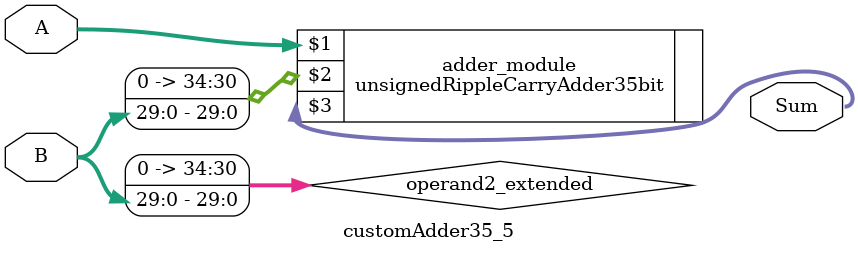
<source format=v>
module customAdder35_5(
                        input [34 : 0] A,
                        input [29 : 0] B,
                        
                        output [35 : 0] Sum
                );

        wire [34 : 0] operand2_extended;
        
        assign operand2_extended =  {5'b0, B};
        
        unsignedRippleCarryAdder35bit adder_module(
            A,
            operand2_extended,
            Sum
        );
        
        endmodule
        
</source>
